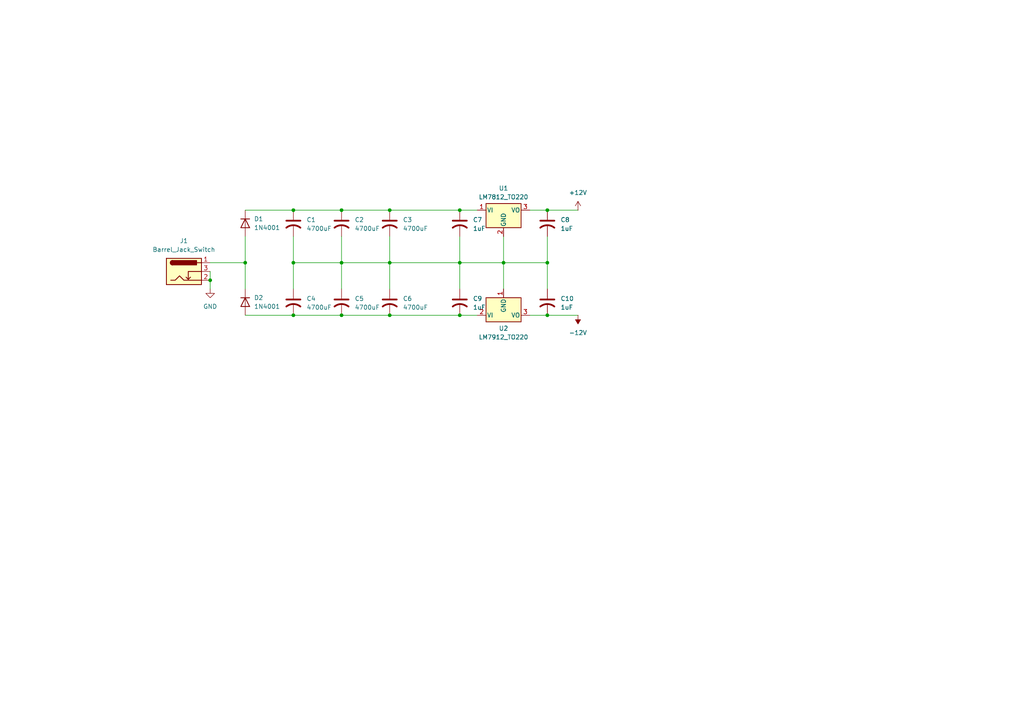
<source format=kicad_sch>
(kicad_sch (version 20250114) (generator "eeschema") (generator_version "9.0")
  (paper "A4")
  (lib_symbols
    (symbol "Connector:Barrel_Jack_Switch" (pin_names (hide yes))
      (property "Reference" "J" (at 0 5.334 0))
      (property "Value" "Barrel_Jack_Switch" (at 0 -5.08 0))
      (symbol "Barrel_Jack_Switch_0_1"
        (rectangle (start -5.08 3.81) (end 5.08 -3.81) (stroke (width 0.254)) (fill (type background)))
        (polyline (pts (xy -3.81 -2.54) (xy -2.54 -2.54) (xy -1.27 -1.27) (xy 0 -2.54) (xy 2.54 -2.54) (xy 5.08 -2.54)) (stroke (width 0.254)))
        (arc (start -3.302 1.905) (mid -3.9343 2.54) (end -3.302 3.175) (stroke (width 0.254)))
        (arc (start -3.302 1.905) (mid -3.9343 2.54) (end -3.302 3.175) (stroke (width 0.254)) (fill (type outline)))
        (polyline (pts (xy 1.27 -2.286) (xy 1.905 -1.651)) (stroke (width 0.254)))
        (rectangle (start 3.683 3.175) (end -3.302 1.905) (stroke (width 0.254)) (fill (type outline)))
        (polyline (pts (xy 5.08 2.54) (xy 3.81 2.54)) (stroke (width 0.254)))
        (polyline (pts (xy 5.08 0) (xy 1.27 0) (xy 1.27 -2.286) (xy 0.635 -1.651)) (stroke (width 0.254)))
      )
      (symbol "Barrel_Jack_Switch_1_1"
        (pin passive line (at 7.62 2.54 180) (length 2.54) (name "~") (number "1"))
        (pin passive line (at 7.62 0 180) (length 2.54) (name "~") (number "3"))
        (pin passive line (at 7.62 -2.54 180) (length 2.54) (name "~") (number "2"))
      )
    )
    (symbol "Device:C_US" (pin_numbers (hide yes)) (pin_names (offset 0.254) (hide yes))
      (property "Reference" "C" (at 0.635 2.54 0))
      (property "Value" "C_US" (at 0.635 -2.54 0))
      (symbol "C_US_0_1"
        (polyline (pts (xy -2.032 0.762) (xy 2.032 0.762)) (stroke (width 0.508)))
        (arc (start -2.032 -1.27) (mid 0 -0.5572) (end 2.032 -1.27) (stroke (width 0.508)))
      )
      (symbol "C_US_1_1"
        (pin passive line (at 0 3.81 270) (length 2.794) (name "~") (number "1"))
        (pin passive line (at 0 -3.81 90) (length 3.302) (name "~") (number "2"))
      )
    )
    (symbol "Diode:1N4001" (pin_numbers (hide yes)) (pin_names (hide yes))
      (property "Reference" "D" (at 0 2.54 0))
      (property "Value" "1N4001" (at 0 -2.54 0))
      (symbol "1N4001_0_1"
        (polyline (pts (xy -1.27 1.27) (xy -1.27 -1.27)) (stroke (width 0.254)))
        (polyline (pts (xy 1.27 1.27) (xy 1.27 -1.27) (xy -1.27 0) (xy 1.27 1.27)) (stroke (width 0.254)))
        (polyline (pts (xy 1.27 0) (xy -1.27 0)))
      )
      (symbol "1N4001_1_1"
        (pin passive line (at -3.81 0 0) (length 2.54) (name "K") (number "1"))
        (pin passive line (at 3.81 0 180) (length 2.54) (name "A") (number "2"))
      )
    )
    (symbol "Regulator_Linear:LM7812_TO220" (pin_names (offset 0.254))
      (property "Reference" "U" (at -3.81 3.175 0))
      (property "Value" "LM7812_TO220" (at 0 3.175 0))
      (symbol "LM7812_TO220_0_1"
        (rectangle (start -5.08 1.905) (end 5.08 -5.08) (stroke (width 0.254)) (fill (type background)))
      )
      (symbol "LM7812_TO220_1_1"
        (pin power_in line (at -7.62 0 0) (length 2.54) (name "VI") (number "1"))
        (pin power_in line (at 0 -7.62 90) (length 2.54) (name "GND") (number "2"))
        (pin power_out line (at 7.62 0 180) (length 2.54) (name "VO") (number "3"))
      )
    )
    (symbol "Regulator_Linear:LM7912_TO220" (pin_names (offset 0.254))
      (property "Reference" "U" (at -3.81 -3.175 0))
      (property "Value" "LM7912_TO220" (at 0 -3.175 0))
      (symbol "LM7912_TO220_0_1"
        (rectangle (start -5.08 5.08) (end 5.08 -1.905) (stroke (width 0.254)) (fill (type background)))
      )
      (symbol "LM7912_TO220_1_1"
        (pin power_in line (at -7.62 0 0) (length 2.54) (name "VI") (number "2"))
        (pin power_in line (at 0 7.62 270) (length 2.54) (name "GND") (number "1"))
        (pin power_out line (at 7.62 0 180) (length 2.54) (name "VO") (number "3"))
      )
    )
    (symbol "power:+12V" (power) (pin_numbers (hide yes)) (pin_names (offset 0) (hide yes))
      (property "Value" "+12V" (at 0 3.556 0))
      (symbol "+12V_0_1"
        (polyline (pts (xy -0.762 1.27) (xy 0 2.54)))
        (polyline (pts (xy 0 2.54) (xy 0.762 1.27)))
        (polyline (pts (xy 0 0) (xy 0 2.54)))
      )
      (symbol "+12V_1_1"
        (pin power_in line (at 0 0 90) (length 0) (name "~") (number "1"))
      )
    )
    (symbol "power:-12V" (power) (pin_numbers (hide yes)) (pin_names (offset 0) (hide yes))
      (property "Value" "-12V" (at 0 3.556 0))
      (symbol "-12V_0_0"
        (pin power_in line (at 0 0 90) (length 0) (name "~") (number "1"))
      )
      (symbol "-12V_0_1"
        (polyline (pts (xy 0 0) (xy 0 1.27) (xy 0.762 1.27) (xy 0 2.54) (xy -0.762 1.27) (xy 0 1.27)) (fill (type outline)))
      )
    )
    (symbol "power:GND" (power) (pin_numbers (hide yes)) (pin_names (offset 0) (hide yes))
      (property "Value" "GND" (at 0 -3.81 0))
      (symbol "GND_0_1"
        (polyline (pts (xy 0 0) (xy 0 -1.27) (xy 1.27 -1.27) (xy 0 -2.54) (xy -1.27 -1.27) (xy 0 -1.27)))
      )
      (symbol "GND_1_1"
        (pin power_in line (at 0 0 270) (length 0) (name "~") (number "1"))
      )
    )
  )
  (junction (at 113.03 60.96))
  (junction (at 85.09 91.44))
  (junction (at 99.06 76.2))
  (junction (at 85.09 76.2))
  (junction (at 113.03 76.2))
  (junction (at 71.12 76.2))
  (junction (at 158.75 91.44))
  (junction (at 133.35 91.44))
  (junction (at 85.09 60.96))
  (junction (at 158.75 60.96))
  (junction (at 133.35 60.96))
  (junction (at 133.35 76.2))
  (junction (at 99.06 91.44))
  (junction (at 99.06 60.96))
  (junction (at 60.96 81.28))
  (junction (at 113.03 91.44))
  (junction (at 158.75 76.2))
  (junction (at 146.05 76.2))
  (wire (pts (xy 71.12 76.2) (xy 71.12 68.58)))
  (wire (pts (xy 158.75 76.2) (xy 146.05 76.2)))
  (wire (pts (xy 153.67 60.96) (xy 158.75 60.96)))
  (wire (pts (xy 60.96 76.2) (xy 71.12 76.2)))
  (wire (pts (xy 113.03 91.44) (xy 133.35 91.44)))
  (wire (pts (xy 71.12 76.2) (xy 71.12 83.82)))
  (wire (pts (xy 146.05 83.82) (xy 146.05 76.2)))
  (wire (pts (xy 71.12 60.96) (xy 85.09 60.96)))
  (wire (pts (xy 153.67 91.44) (xy 158.75 91.44)))
  (wire (pts (xy 133.35 68.58) (xy 133.35 76.2)))
  (wire (pts (xy 71.12 91.44) (xy 85.09 91.44)))
  (wire (pts (xy 85.09 60.96) (xy 99.06 60.96)))
  (wire (pts (xy 133.35 76.2) (xy 113.03 76.2)))
  (wire (pts (xy 113.03 60.96) (xy 133.35 60.96)))
  (wire (pts (xy 99.06 60.96) (xy 113.03 60.96)))
  (wire (pts (xy 146.05 76.2) (xy 133.35 76.2)))
  (wire (pts (xy 158.75 60.96) (xy 167.64 60.96)))
  (wire (pts (xy 85.09 76.2) (xy 85.09 83.82)))
  (wire (pts (xy 99.06 76.2) (xy 99.06 83.82)))
  (wire (pts (xy 158.75 68.58) (xy 158.75 76.2)))
  (wire (pts (xy 99.06 91.44) (xy 113.03 91.44)))
  (wire (pts (xy 133.35 60.96) (xy 138.43 60.96)))
  (wire (pts (xy 133.35 83.82) (xy 133.35 76.2)))
  (wire (pts (xy 85.09 76.2) (xy 99.06 76.2)))
  (wire (pts (xy 158.75 83.82) (xy 158.75 76.2)))
  (wire (pts (xy 113.03 68.58) (xy 113.03 76.2)))
  (wire (pts (xy 113.03 76.2) (xy 113.03 83.82)))
  (wire (pts (xy 99.06 68.58) (xy 99.06 76.2)))
  (wire (pts (xy 85.09 68.58) (xy 85.09 76.2)))
  (wire (pts (xy 60.96 78.74) (xy 60.96 81.28)))
  (wire (pts (xy 99.06 76.2) (xy 113.03 76.2)))
  (wire (pts (xy 60.96 83.82) (xy 60.96 81.28)))
  (wire (pts (xy 146.05 68.58) (xy 146.05 76.2)))
  (wire (pts (xy 85.09 91.44) (xy 99.06 91.44)))
  (wire (pts (xy 158.75 91.44) (xy 167.64 91.44)))
  (wire (pts (xy 133.35 91.44) (xy 138.43 91.44)))
  (symbol (lib_id "Device:C_US") (at 158.75 64.77 0) (unit 1)
    (property "Reference" "C8" (at 162.56 63.7539 0) (effects (justify left)))
    (property "Value" "1uF" (at 162.56 66.2939 0) (effects (justify left)))
    (property "Footprint" "Capacitor_THT:CP_Radial_D4.0mm_P2.00mm" (effects (hide yes)))
    (property "Description" "capacitor, US symbol" (effects (hide yes)))
  )
  (symbol (lib_id "Regulator_Linear:LM7812_TO220") (at 146.05 60.96 0) (unit 1)
    (property "Reference" "U1" (at 146.05 54.61 0))
    (property "Value" "LM7812_TO220" (at 146.05 57.15 0))
    (property "Footprint" "Package_TO_SOT_THT:TO-220-3_Vertical" (effects (hide yes)))
    (property "Datasheet" "https://www.onsemi.cn/PowerSolutions/document/MC7800-D.PDF" (effects (hide yes)))
    (property "Description" "Positive 1A 35V Linear Regulator, Fixed Output 12V, TO-220" (effects (hide yes)))
  )
  (symbol (lib_id "Device:C_US") (at 113.03 87.63 0) (unit 1)
    (property "Reference" "C6" (at 116.84 86.6139 0) (effects (justify left)))
    (property "Value" "4700uF" (at 116.84 89.1539 0) (effects (justify left)))
    (property "Footprint" "Capacitor_THT:CP_Radial_D8.0mm_P2.50mm" (effects (hide yes)))
    (property "Description" "capacitor, US symbol" (effects (hide yes)))
  )
  (symbol (lib_id "Device:C_US") (at 158.75 87.63 0) (unit 1)
    (property "Reference" "C10" (at 162.56 86.6139 0) (effects (justify left)))
    (property "Value" "1uF" (at 162.56 89.1539 0) (effects (justify left)))
    (property "Footprint" "Capacitor_THT:CP_Radial_D4.0mm_P2.00mm" (effects (hide yes)))
    (property "Description" "capacitor, US symbol" (effects (hide yes)))
  )
  (symbol (lib_id "power:GND") (at 60.96 83.82 0) (unit 1)
    (property "Reference" "#PWR01" (effects (hide yes)))
    (property "Value" "GND" (at 60.96 88.9 0))
    (property "Description" "Power symbol creates a global label with name \"GND\" , ground" (effects (hide yes)))
  )
  (symbol (lib_id "Diode:1N4001") (at 71.12 64.77 270) (unit 1)
    (property "Reference" "D1" (at 73.66 63.4999 90) (effects (justify left)))
    (property "Value" "1N4001" (at 73.66 66.0399 90) (effects (justify left)))
    (property "Footprint" "Diode_THT:D_DO-41_SOD81_P10.16mm_Horizontal" (effects (hide yes)))
    (property "Datasheet" "http://www.vishay.com/docs/88503/1n4001.pdf" (effects (hide yes)))
    (property "Description" "50V 1A General Purpose Rectifier Diode, DO-41" (effects (hide yes)))
    (property "Sim.Device" "D" (effects (hide yes)))
    (property "Sim.Pins" "1=K 2=A" (effects (hide yes)))
  )
  (symbol (lib_id "power:-12V") (at 167.64 91.44 180) (unit 1)
    (property "Reference" "#PWR02" (effects (hide yes)))
    (property "Value" "-12V" (at 167.64 96.52 0))
    (property "Description" "Power symbol creates a global label with name \"-12V\"" (effects (hide yes)))
  )
  (symbol (lib_id "Device:C_US") (at 113.03 64.77 0) (unit 1)
    (property "Reference" "C3" (at 116.84 63.7539 0) (effects (justify left)))
    (property "Value" "4700uF" (at 116.84 66.2939 0) (effects (justify left)))
    (property "Footprint" "Capacitor_THT:CP_Radial_D8.0mm_P2.50mm" (effects (hide yes)))
    (property "Description" "capacitor, US symbol" (effects (hide yes)))
  )
  (symbol (lib_id "Diode:1N4001") (at 71.12 87.63 270) (unit 1)
    (property "Reference" "D2" (at 73.66 86.3599 90) (effects (justify left)))
    (property "Value" "1N4001" (at 73.66 88.8999 90) (effects (justify left)))
    (property "Footprint" "Diode_THT:D_DO-41_SOD81_P10.16mm_Horizontal" (effects (hide yes)))
    (property "Datasheet" "http://www.vishay.com/docs/88503/1n4001.pdf" (effects (hide yes)))
    (property "Description" "50V 1A General Purpose Rectifier Diode, DO-41" (effects (hide yes)))
    (property "Sim.Device" "D" (effects (hide yes)))
    (property "Sim.Pins" "1=K 2=A" (effects (hide yes)))
  )
  (symbol (lib_id "Device:C_US") (at 133.35 64.77 0) (unit 1)
    (property "Reference" "C7" (at 137.16 63.7539 0) (effects (justify left)))
    (property "Value" "1uF" (at 137.16 66.2939 0) (effects (justify left)))
    (property "Footprint" "Capacitor_THT:CP_Radial_D4.0mm_P2.00mm" (effects (hide yes)))
    (property "Description" "capacitor, US symbol" (effects (hide yes)))
  )
  (symbol (lib_id "Connector:Barrel_Jack_Switch") (at 53.34 78.74 0) (unit 1)
    (property "Reference" "J1" (at 53.34 69.85 0))
    (property "Value" "Barrel_Jack_Switch" (at 53.34 72.39 0))
    (property "Footprint" "Connector_BarrelJack:BarrelJack_Horizontal" (effects (hide yes)))
    (property "Description" "DC Barrel Jack with an internal switch" (effects (hide yes)))
  )
  (symbol (lib_id "Device:C_US") (at 133.35 87.63 0) (unit 1)
    (property "Reference" "C9" (at 137.16 86.6139 0) (effects (justify left)))
    (property "Value" "1uF" (at 137.16 89.1539 0) (effects (justify left)))
    (property "Footprint" "Capacitor_THT:CP_Radial_D4.0mm_P2.00mm" (effects (hide yes)))
    (property "Description" "capacitor, US symbol" (effects (hide yes)))
  )
  (symbol (lib_id "Device:C_US") (at 99.06 87.63 0) (unit 1)
    (property "Reference" "C5" (at 102.87 86.6139 0) (effects (justify left)))
    (property "Value" "4700uF" (at 102.87 89.1539 0) (effects (justify left)))
    (property "Footprint" "Capacitor_THT:CP_Radial_D8.0mm_P2.50mm" (effects (hide yes)))
    (property "Description" "capacitor, US symbol" (effects (hide yes)))
  )
  (symbol (lib_id "Device:C_US") (at 85.09 64.77 0) (unit 1)
    (property "Reference" "C1" (at 88.9 63.7539 0) (effects (justify left)))
    (property "Value" "4700uF" (at 88.9 66.2939 0) (effects (justify left)))
    (property "Footprint" "Capacitor_THT:CP_Radial_D8.0mm_P2.50mm" (effects (hide yes)))
    (property "Description" "capacitor, US symbol" (effects (hide yes)))
  )
  (symbol (lib_id "Device:C_US") (at 99.06 64.77 0) (unit 1)
    (property "Reference" "C2" (at 102.87 63.7539 0) (effects (justify left)))
    (property "Value" "4700uF" (at 102.87 66.2939 0) (effects (justify left)))
    (property "Footprint" "Capacitor_THT:CP_Radial_D8.0mm_P2.50mm" (effects (hide yes)))
    (property "Description" "capacitor, US symbol" (effects (hide yes)))
  )
  (symbol (lib_id "power:+12V") (at 167.64 60.96 0) (unit 1)
    (property "Reference" "#PWR03" (effects (hide yes)))
    (property "Value" "+12V" (at 167.64 55.88 0))
    (property "Description" "Power symbol creates a global label with name \"+12V\"" (effects (hide yes)))
  )
  (symbol (lib_id "Regulator_Linear:LM7912_TO220") (at 146.05 91.44 0) (unit 1)
    (property "Reference" "U2" (at 146.05 95.25 0))
    (property "Value" "LM7912_TO220" (at 146.05 97.79 0))
    (property "Footprint" "Package_TO_SOT_THT:TO-220-3_Vertical" (effects (hide yes)))
    (property "Datasheet" "hhttps://www.onsemi.com/pub/Collateral/MC7900-D.PDF" (effects (hide yes)))
    (property "Description" "Negative 1A 35V Linear Regulator, Fixed Output 12V, TO-220" (effects (hide yes)))
  )
  (symbol (lib_id "Device:C_US") (at 85.09 87.63 0) (unit 1)
    (property "Reference" "C4" (at 88.9 86.6139 0) (effects (justify left)))
    (property "Value" "4700uF" (at 88.9 89.1539 0) (effects (justify left)))
    (property "Footprint" "Capacitor_THT:CP_Radial_D8.0mm_P2.50mm" (effects (hide yes)))
    (property "Description" "capacitor, US symbol" (effects (hide yes)))
  )
)
</source>
